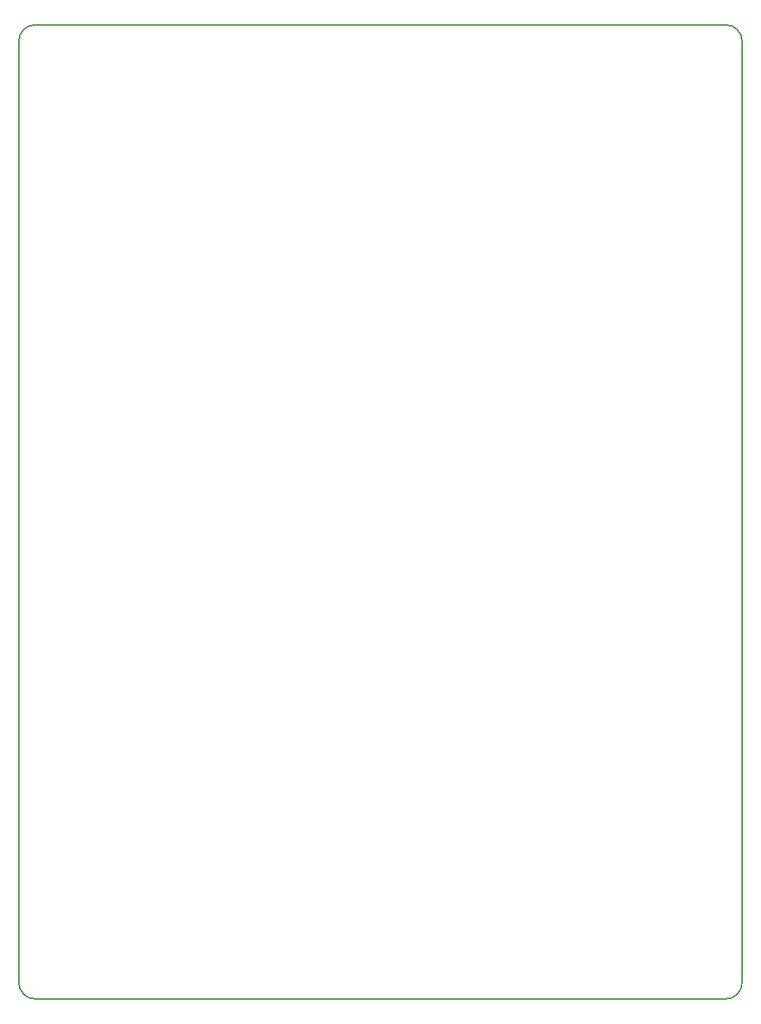
<source format=gbr>
G04 DipTrace 4.0.0.5*
G04 BoardOutline.gbr*
%MOIN*%
G04 #@! TF.FileFunction,Profile*
G04 #@! TF.Part,Single*
%ADD12C,0.005512*%
%FSLAX26Y26*%
G04*
G70*
G90*
G75*
G01*
G04 BoardOutline*
%LPD*%
X468749Y393749D2*
D12*
X3506249D1*
G03X3581249Y468749I2643J72357D01*
G01*
Y4606249D1*
G03X3506249Y4681249I-72357J2643D01*
G01*
X468749D1*
G03X393749Y4606249I-2643J-72357D01*
G01*
Y468749D1*
G03X468749Y393749I72357J-2643D01*
G01*
M02*

</source>
